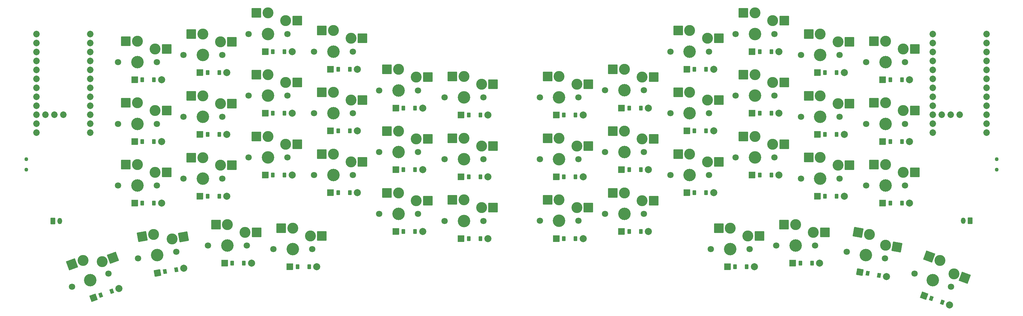
<source format=gbr>
%TF.GenerationSoftware,KiCad,Pcbnew,8.0.4*%
%TF.CreationDate,2024-08-22T13:40:17+01:00*%
%TF.ProjectId,TEST combine v2 left and right,54455354-2063-46f6-9d62-696e65207632,rev?*%
%TF.SameCoordinates,Original*%
%TF.FileFunction,Soldermask,Bot*%
%TF.FilePolarity,Negative*%
%FSLAX46Y46*%
G04 Gerber Fmt 4.6, Leading zero omitted, Abs format (unit mm)*
G04 Created by KiCad (PCBNEW 8.0.4) date 2024-08-22 13:40:17*
%MOMM*%
%LPD*%
G01*
G04 APERTURE LIST*
G04 Aperture macros list*
%AMRoundRect*
0 Rectangle with rounded corners*
0 $1 Rounding radius*
0 $2 $3 $4 $5 $6 $7 $8 $9 X,Y pos of 4 corners*
0 Add a 4 corners polygon primitive as box body*
4,1,4,$2,$3,$4,$5,$6,$7,$8,$9,$2,$3,0*
0 Add four circle primitives for the rounded corners*
1,1,$1+$1,$2,$3*
1,1,$1+$1,$4,$5*
1,1,$1+$1,$6,$7*
1,1,$1+$1,$8,$9*
0 Add four rect primitives between the rounded corners*
20,1,$1+$1,$2,$3,$4,$5,0*
20,1,$1+$1,$4,$5,$6,$7,0*
20,1,$1+$1,$6,$7,$8,$9,0*
20,1,$1+$1,$8,$9,$2,$3,0*%
G04 Aperture macros list end*
%ADD10C,1.100000*%
%ADD11RoundRect,0.050000X-0.889000X-0.889000X0.889000X-0.889000X0.889000X0.889000X-0.889000X0.889000X0*%
%ADD12RoundRect,0.050000X-0.450000X-0.600000X0.450000X-0.600000X0.450000X0.600000X-0.450000X0.600000X0*%
%ADD13C,2.005000*%
%ADD14C,1.801800*%
%ADD15C,3.100000*%
%ADD16C,3.529000*%
%ADD17RoundRect,0.050000X-1.300000X-1.300000X1.300000X-1.300000X1.300000X1.300000X-1.300000X1.300000X0*%
%ADD18RoundRect,0.050000X-1.029867X-0.721121X0.721121X-1.029867X1.029867X0.721121X-0.721121X1.029867X0*%
%ADD19RoundRect,0.050000X-0.547352X-0.512743X0.338975X-0.669026X0.547352X0.512743X-0.338975X0.669026X0*%
%ADD20RoundRect,0.050000X-1.139443X-0.531331X0.531331X-1.139443X1.139443X0.531331X-0.531331X1.139443X0*%
%ADD21RoundRect,0.050000X-0.628074X-0.409907X0.217650X-0.717725X0.628074X0.409907X-0.217650X0.717725X0*%
%ADD22RoundRect,0.050000X0.600000X0.850000X-0.600000X0.850000X-0.600000X-0.850000X0.600000X-0.850000X0*%
%ADD23O,1.300000X1.800000*%
%ADD24RoundRect,0.050000X-1.666227X-0.776974X0.776974X-1.666227X1.666227X0.776974X-0.776974X1.666227X0*%
%ADD25RoundRect,0.050000X-1.505993X-1.054507X1.054507X-1.505993X1.505993X1.054507X-1.054507X1.505993X0*%
%ADD26C,1.852600*%
%ADD27RoundRect,0.050000X-1.054507X-1.505993X1.505993X-1.054507X1.054507X1.505993X-1.505993X1.054507X0*%
%ADD28RoundRect,0.050000X-0.721121X-1.029867X1.029867X-0.721121X0.721121X1.029867X-1.029867X0.721121X0*%
%ADD29RoundRect,0.050000X-0.338975X-0.669026X0.547352X-0.512743X0.338975X0.669026X-0.547352X0.512743X0*%
%ADD30RoundRect,0.050000X-0.531331X-1.139443X1.139443X-0.531331X0.531331X1.139443X-1.139443X0.531331X0*%
%ADD31RoundRect,0.050000X-0.217650X-0.717725X0.628074X-0.409907X0.217650X0.717725X-0.628074X0.409907X0*%
%ADD32RoundRect,0.050000X-0.776974X-1.666227X1.666227X-0.776974X0.776974X1.666227X-1.666227X0.776974X0*%
%ADD33RoundRect,0.050000X-0.600000X-0.850000X0.600000X-0.850000X0.600000X0.850000X-0.600000X0.850000X0*%
G04 APERTURE END LIST*
D10*
%TO.C,T1*%
X294400004Y-87199998D03*
X294400004Y-90199998D03*
%TD*%
D11*
%TO.C,D18*%
X262090005Y-64700001D03*
D12*
X264250005Y-64699999D03*
X267550005Y-64700003D03*
D13*
X269710005Y-64700001D03*
%TD*%
D11*
%TO.C,D12*%
X225090001Y-56699999D03*
D12*
X227250001Y-56699997D03*
X230550001Y-56700001D03*
D13*
X232710001Y-56699999D03*
%TD*%
D14*
%TO.C,S12*%
X220400002Y-51699998D03*
D15*
X225900002Y-45749996D03*
D16*
X225900002Y-51699998D03*
D15*
X230900002Y-47949998D03*
D14*
X231400002Y-51699998D03*
D17*
X222625002Y-45749998D03*
X234175002Y-47949998D03*
%TD*%
D11*
%TO.C,D17*%
X262090005Y-82199999D03*
D12*
X264250005Y-82199997D03*
X267550005Y-82200001D03*
D13*
X269710005Y-82199999D03*
%TD*%
D14*
%TO.C,S7*%
X201900004Y-91700001D03*
D15*
X207400004Y-85749999D03*
D16*
X207400004Y-91700001D03*
D15*
X212400004Y-87950001D03*
D14*
X212900004Y-91700001D03*
D17*
X204125004Y-85750001D03*
X215675004Y-87950001D03*
%TD*%
D11*
%TO.C,D6*%
X188090002Y-72699999D03*
D12*
X190250002Y-72699997D03*
X193550002Y-72700001D03*
D13*
X195710002Y-72699999D03*
%TD*%
D11*
%TO.C,D13*%
X243590002Y-97699999D03*
D12*
X245750002Y-97699997D03*
X249050002Y-97700001D03*
D13*
X251210002Y-97699999D03*
%TD*%
D11*
%TO.C,D8*%
X206590002Y-79199998D03*
D12*
X208750002Y-79199996D03*
X212050002Y-79200000D03*
D13*
X214210002Y-79199998D03*
%TD*%
D14*
%TO.C,S14*%
X238900000Y-75200001D03*
D15*
X244400000Y-69249999D03*
D16*
X244400000Y-75200001D03*
D15*
X249400000Y-71450001D03*
D14*
X249900000Y-75200001D03*
D17*
X241125000Y-69250001D03*
X252675000Y-71450001D03*
%TD*%
D14*
%TO.C,S1*%
X164900006Y-104699999D03*
D15*
X170400006Y-98749997D03*
D16*
X170400006Y-104699999D03*
D15*
X175400006Y-100949999D03*
D14*
X175900006Y-104699999D03*
D17*
X167125006Y-98749999D03*
X178675006Y-100949999D03*
%TD*%
D14*
%TO.C,S15*%
X238900007Y-57700002D03*
D15*
X244400007Y-51750000D03*
D16*
X244400007Y-57700002D03*
D15*
X249400007Y-53950002D03*
D14*
X249900007Y-57700002D03*
D17*
X241125007Y-51750002D03*
X252675007Y-53950002D03*
%TD*%
D14*
%TO.C,S16*%
X257400003Y-94699998D03*
D15*
X262900003Y-88749996D03*
D16*
X262900003Y-94699998D03*
D15*
X267900003Y-90949998D03*
D14*
X268400003Y-94699998D03*
D17*
X259625003Y-88749998D03*
X271175003Y-90949998D03*
%TD*%
D14*
%TO.C,S10*%
X220400001Y-86699999D03*
D15*
X225900001Y-80749997D03*
D16*
X225900001Y-86699999D03*
D15*
X230900001Y-82949999D03*
D14*
X231400001Y-86699999D03*
D17*
X222625001Y-80749999D03*
X234175001Y-82949999D03*
%TD*%
D11*
%TO.C,D2*%
X169590001Y-92199998D03*
D12*
X171750001Y-92199996D03*
X175050001Y-92200000D03*
D13*
X177210001Y-92199998D03*
%TD*%
D11*
%TO.C,D7*%
X206590005Y-96700000D03*
D12*
X208750005Y-96699998D03*
X212050005Y-96700002D03*
D13*
X214210005Y-96700000D03*
%TD*%
D11*
%TO.C,D11*%
X225090007Y-74199999D03*
D12*
X227250007Y-74199997D03*
X230550007Y-74200001D03*
D13*
X232710007Y-74199999D03*
%TD*%
D18*
%TO.C,D21*%
X255660173Y-119182945D03*
D19*
X257787360Y-119558027D03*
X261037226Y-120131063D03*
D13*
X263164413Y-120506145D03*
%TD*%
D20*
%TO.C,D22*%
X273835814Y-125924482D03*
D21*
X275865550Y-126663247D03*
X278966536Y-127791911D03*
D13*
X280996272Y-128530676D03*
%TD*%
D14*
%TO.C,S3*%
X164900004Y-69700000D03*
D15*
X170400004Y-63749998D03*
D16*
X170400004Y-69700000D03*
D15*
X175400004Y-65950000D03*
D14*
X175900004Y-69700000D03*
D17*
X167125004Y-63750000D03*
X178675004Y-65950000D03*
%TD*%
D11*
%TO.C,D10*%
X225089999Y-91700002D03*
D12*
X227249999Y-91700000D03*
X230549999Y-91700004D03*
D13*
X232709999Y-91700002D03*
%TD*%
D14*
%TO.C,S19*%
X213400006Y-112699999D03*
D15*
X218900006Y-106749997D03*
D16*
X218900006Y-112699999D03*
D15*
X223900006Y-108949999D03*
D14*
X224400006Y-112699999D03*
D17*
X215625006Y-106749999D03*
X227175006Y-108949999D03*
%TD*%
D14*
%TO.C,S13*%
X238900004Y-92700000D03*
D15*
X244400004Y-86749998D03*
D16*
X244400004Y-92700000D03*
D15*
X249400004Y-88950000D03*
D14*
X249900004Y-92700000D03*
D17*
X241125004Y-86750000D03*
X252675004Y-88950000D03*
%TD*%
D11*
%TO.C,D3*%
X169590004Y-74699998D03*
D12*
X171750004Y-74699996D03*
X175050004Y-74700000D03*
D13*
X177210004Y-74699998D03*
%TD*%
D11*
%TO.C,D19*%
X218090006Y-117699999D03*
D12*
X220250006Y-117699997D03*
X223550006Y-117700001D03*
D13*
X225710006Y-117699999D03*
%TD*%
D11*
%TO.C,D9*%
X206590007Y-61699999D03*
D12*
X208750007Y-61699997D03*
X212050007Y-61700001D03*
D13*
X214210007Y-61699999D03*
%TD*%
D14*
%TO.C,S8*%
X201900003Y-74200001D03*
D15*
X207400003Y-68249999D03*
D16*
X207400003Y-74200001D03*
D15*
X212400003Y-70450001D03*
D14*
X212900003Y-74200001D03*
D17*
X204125003Y-68250001D03*
X215675003Y-70450001D03*
%TD*%
D14*
%TO.C,S2*%
X164900002Y-87199999D03*
D15*
X170400002Y-81249997D03*
D16*
X170400002Y-87199999D03*
D15*
X175400002Y-83449999D03*
D14*
X175900002Y-87199999D03*
D17*
X167125002Y-81249999D03*
X178675002Y-83449999D03*
%TD*%
D14*
%TO.C,S20*%
X231900005Y-111699999D03*
D15*
X237400005Y-105749997D03*
D16*
X237400005Y-111699999D03*
D15*
X242400005Y-107949999D03*
D14*
X242900005Y-111699999D03*
D17*
X234125005Y-105749999D03*
X245675005Y-107949999D03*
%TD*%
D22*
%TO.C,JST1*%
X286900005Y-104699999D03*
D23*
X284900005Y-104699999D03*
%TD*%
D11*
%TO.C,D1*%
X169590004Y-109699999D03*
D12*
X171750004Y-109699997D03*
X175050004Y-109700001D03*
D13*
X177210004Y-109699999D03*
%TD*%
D14*
%TO.C,S6*%
X183400005Y-67700001D03*
D15*
X188900005Y-61749999D03*
D16*
X188900005Y-67700001D03*
D15*
X193900005Y-63950001D03*
D14*
X194400005Y-67700001D03*
D17*
X185625005Y-61750001D03*
X197175005Y-63950001D03*
%TD*%
D11*
%TO.C,D14*%
X243590007Y-80199997D03*
D12*
X245750007Y-80199995D03*
X249050007Y-80199999D03*
D13*
X251210007Y-80199997D03*
%TD*%
D14*
%TO.C,S22*%
X271138755Y-119621945D03*
D15*
X278342084Y-115911885D03*
D16*
X276307064Y-121503056D03*
D15*
X282288103Y-119689309D03*
D14*
X281475373Y-123384167D03*
D24*
X275264591Y-114791769D03*
X285365596Y-120809425D03*
%TD*%
D14*
%TO.C,S17*%
X257400005Y-77199999D03*
D15*
X262900005Y-71249997D03*
D16*
X262900005Y-77199999D03*
D15*
X267900005Y-73449999D03*
D14*
X268400005Y-77199999D03*
D17*
X259625005Y-71249999D03*
X271175005Y-73449999D03*
%TD*%
D14*
%TO.C,S9*%
X201900000Y-56700000D03*
D15*
X207400000Y-50749998D03*
D16*
X207400000Y-56700000D03*
D15*
X212400000Y-52950000D03*
D14*
X212900000Y-56700000D03*
D17*
X204125000Y-50750000D03*
X215675000Y-52950000D03*
%TD*%
D11*
%TO.C,D16*%
X262090006Y-99700001D03*
D12*
X264250006Y-99699999D03*
X267550006Y-99700003D03*
D13*
X269710006Y-99700001D03*
%TD*%
D11*
%TO.C,D15*%
X243590004Y-62699997D03*
D12*
X245750004Y-62699995D03*
X249050004Y-62699999D03*
D13*
X251210004Y-62699997D03*
%TD*%
D14*
%TO.C,S21*%
X251909665Y-113444500D03*
D15*
X258359315Y-108539959D03*
D16*
X257326108Y-114399565D03*
D15*
X262901331Y-111574778D03*
D14*
X262742551Y-115354630D03*
D25*
X255134069Y-107971261D03*
X266126573Y-112143475D03*
%TD*%
D14*
%TO.C,S11*%
X220400006Y-69199997D03*
D15*
X225900006Y-63249995D03*
D16*
X225900006Y-69199997D03*
D15*
X230900006Y-65449997D03*
D14*
X231400006Y-69199997D03*
D17*
X222625006Y-63249997D03*
X234175006Y-65449997D03*
%TD*%
D14*
%TO.C,S18*%
X257400003Y-59700000D03*
D15*
X262900003Y-53749998D03*
D16*
X262900003Y-59700000D03*
D15*
X267900003Y-55950000D03*
D14*
X268400003Y-59700000D03*
D17*
X259625003Y-53750000D03*
X271175003Y-55950000D03*
%TD*%
D26*
%TO.C,MCU1*%
X291520000Y-51730004D03*
X291520000Y-54270001D03*
X291520000Y-56810001D03*
X291520000Y-59350001D03*
X291520000Y-61890001D03*
X291520000Y-64430001D03*
X291520000Y-66970001D03*
X291520000Y-69510001D03*
X291519996Y-72050001D03*
X291520000Y-74590001D03*
X291520000Y-77130001D03*
X291520000Y-79670001D03*
X276280000Y-79669998D03*
X276280000Y-77130001D03*
X276280000Y-74590001D03*
X276280000Y-72050001D03*
X276280000Y-69510001D03*
X276280000Y-66970001D03*
X276280000Y-64430001D03*
X276280000Y-61890001D03*
X276280004Y-59350001D03*
X276280000Y-56810001D03*
X276280000Y-54270001D03*
X276280000Y-51730001D03*
X278820002Y-74590000D03*
X281360000Y-74590001D03*
X283900000Y-74590001D03*
%TD*%
D11*
%TO.C,D4*%
X188089998Y-107700000D03*
D12*
X190249998Y-107699998D03*
X193549998Y-107700002D03*
D13*
X195709998Y-107700000D03*
%TD*%
D11*
%TO.C,D20*%
X236590004Y-116700001D03*
D12*
X238750004Y-116699999D03*
X242050004Y-116700003D03*
D13*
X244210004Y-116700001D03*
%TD*%
D14*
%TO.C,S4*%
X183400005Y-102700002D03*
D15*
X188900005Y-96750000D03*
D16*
X188900005Y-102700002D03*
D15*
X193900005Y-98950002D03*
D14*
X194400005Y-102700002D03*
D17*
X185625005Y-96750002D03*
X197175005Y-98950002D03*
%TD*%
D11*
%TO.C,D5*%
X188090008Y-90200002D03*
D12*
X190250008Y-90200000D03*
X193550008Y-90200004D03*
D13*
X195710008Y-90200002D03*
%TD*%
D14*
%TO.C,S5*%
X183400004Y-85200000D03*
D15*
X188900004Y-79249998D03*
D16*
X188900004Y-85200000D03*
D15*
X193900004Y-81450000D03*
D14*
X194400004Y-85200000D03*
D17*
X185625004Y-79250000D03*
X197175004Y-81450000D03*
%TD*%
D10*
%TO.C,T1*%
X19401796Y-90201793D03*
X19401796Y-87201793D03*
%TD*%
D14*
%TO.C,S19*%
X89401796Y-112701793D03*
D15*
X94901796Y-106751792D03*
D16*
X94901796Y-112701793D03*
D15*
X99901797Y-108951793D03*
D14*
X100401796Y-112701793D03*
D17*
X91626796Y-106751793D03*
X103176796Y-108951793D03*
%TD*%
D11*
%TO.C,D7*%
X105591795Y-96701795D03*
D12*
X107751795Y-96701796D03*
X111051795Y-96701794D03*
D13*
X113211795Y-96701795D03*
%TD*%
D14*
%TO.C,S15*%
X63901795Y-57701794D03*
D15*
X69401795Y-51751793D03*
D16*
X69401795Y-57701794D03*
D15*
X74401796Y-53951794D03*
D14*
X74901795Y-57701794D03*
D17*
X66126795Y-51751794D03*
X77676795Y-53951794D03*
%TD*%
D11*
%TO.C,D3*%
X142591795Y-74701795D03*
D12*
X144751795Y-74701796D03*
X148051795Y-74701794D03*
D13*
X150211795Y-74701795D03*
%TD*%
D11*
%TO.C,D12*%
X87091797Y-56701795D03*
D12*
X89251797Y-56701796D03*
X92551797Y-56701794D03*
D13*
X94711797Y-56701795D03*
%TD*%
D14*
%TO.C,S21*%
X51059250Y-115356423D03*
D15*
X55442486Y-108541752D03*
D16*
X56475693Y-114401358D03*
D15*
X60748552Y-109840088D03*
D14*
X61892136Y-113446293D03*
D27*
X52217241Y-109110450D03*
X63973796Y-109271390D03*
%TD*%
D11*
%TO.C,D18*%
X50091796Y-64701795D03*
D12*
X52251796Y-64701796D03*
X55551796Y-64701794D03*
D13*
X57711796Y-64701795D03*
%TD*%
D14*
%TO.C,S2*%
X137901796Y-87201795D03*
D15*
X143401796Y-81251794D03*
D16*
X143401796Y-87201795D03*
D15*
X148401797Y-83451795D03*
D14*
X148901796Y-87201795D03*
D17*
X140126796Y-81251795D03*
X151676796Y-83451795D03*
%TD*%
D14*
%TO.C,S6*%
X119401796Y-67701794D03*
D15*
X124901796Y-61751793D03*
D16*
X124901796Y-67701794D03*
D15*
X129901797Y-63951794D03*
D14*
X130401796Y-67701794D03*
D17*
X121626796Y-61751794D03*
X133176796Y-63951794D03*
%TD*%
D11*
%TO.C,D2*%
X142591797Y-92201794D03*
D12*
X144751797Y-92201795D03*
X148051797Y-92201793D03*
D13*
X150211797Y-92201794D03*
%TD*%
D11*
%TO.C,D17*%
X50091797Y-82201793D03*
D12*
X52251797Y-82201794D03*
X55551797Y-82201792D03*
D13*
X57711797Y-82201793D03*
%TD*%
D14*
%TO.C,S8*%
X100901796Y-74201794D03*
D15*
X106401796Y-68251793D03*
D16*
X106401796Y-74201794D03*
D15*
X111401797Y-70451794D03*
D14*
X111901796Y-74201794D03*
D17*
X103126796Y-68251794D03*
X114676796Y-70451794D03*
%TD*%
D11*
%TO.C,D15*%
X68591796Y-62701795D03*
D12*
X70751796Y-62701796D03*
X74051796Y-62701794D03*
D13*
X76211796Y-62701795D03*
%TD*%
D11*
%TO.C,D9*%
X105591796Y-61701795D03*
D12*
X107751796Y-61701796D03*
X111051796Y-61701794D03*
D13*
X113211796Y-61701795D03*
%TD*%
D11*
%TO.C,D16*%
X50091796Y-99701796D03*
D12*
X52251796Y-99701797D03*
X55551796Y-99701795D03*
D13*
X57711796Y-99701796D03*
%TD*%
D14*
%TO.C,S1*%
X137901797Y-104701794D03*
D15*
X143401797Y-98751793D03*
D16*
X143401797Y-104701794D03*
D15*
X148401798Y-100951794D03*
D14*
X148901797Y-104701794D03*
D17*
X140126797Y-98751794D03*
X151676797Y-100951794D03*
%TD*%
D14*
%TO.C,S16*%
X45401796Y-94701795D03*
D15*
X50901796Y-88751794D03*
D16*
X50901796Y-94701795D03*
D15*
X55901797Y-90951795D03*
D14*
X56401796Y-94701795D03*
D17*
X47626796Y-88751795D03*
X59176796Y-90951795D03*
%TD*%
D14*
%TO.C,S14*%
X63901796Y-75201795D03*
D15*
X69401796Y-69251794D03*
D16*
X69401796Y-75201795D03*
D15*
X74401797Y-71451795D03*
D14*
X74901796Y-75201795D03*
D17*
X66126796Y-69251795D03*
X77676796Y-71451795D03*
%TD*%
D14*
%TO.C,S11*%
X82401796Y-69201794D03*
D15*
X87901796Y-63251793D03*
D16*
X87901796Y-69201794D03*
D15*
X92901797Y-65451794D03*
D14*
X93401796Y-69201794D03*
D17*
X84626796Y-63251794D03*
X96176796Y-65451794D03*
%TD*%
D14*
%TO.C,S10*%
X82401797Y-86701795D03*
D15*
X87901797Y-80751794D03*
D16*
X87901797Y-86701795D03*
D15*
X92901798Y-82951795D03*
D14*
X93401797Y-86701795D03*
D17*
X84626797Y-80751795D03*
X96176797Y-82951795D03*
%TD*%
D11*
%TO.C,D1*%
X142591796Y-109701796D03*
D12*
X144751796Y-109701797D03*
X148051796Y-109701795D03*
D13*
X150211796Y-109701796D03*
%TD*%
D14*
%TO.C,S7*%
X100901797Y-91701794D03*
D15*
X106401797Y-85751793D03*
D16*
X106401797Y-91701794D03*
D15*
X111401798Y-87951794D03*
D14*
X111901797Y-91701794D03*
D17*
X103126797Y-85751794D03*
X114676797Y-87951794D03*
%TD*%
D14*
%TO.C,S13*%
X63901796Y-92701794D03*
D15*
X69401796Y-86751793D03*
D16*
X69401796Y-92701794D03*
D15*
X74401797Y-88951794D03*
D14*
X74901796Y-92701794D03*
D17*
X66126796Y-86751794D03*
X77676796Y-88951794D03*
%TD*%
D14*
%TO.C,S9*%
X100901797Y-56701794D03*
D15*
X106401797Y-50751793D03*
D16*
X106401797Y-56701794D03*
D15*
X111401798Y-52951794D03*
D14*
X111901797Y-56701794D03*
D17*
X103126797Y-50751794D03*
X114676797Y-52951794D03*
%TD*%
D14*
%TO.C,S17*%
X45401796Y-77201795D03*
D15*
X50901796Y-71251794D03*
D16*
X50901796Y-77201795D03*
D15*
X55901797Y-73451795D03*
D14*
X56401796Y-77201795D03*
D17*
X47626796Y-71251795D03*
X59176796Y-73451795D03*
%TD*%
D14*
%TO.C,S18*%
X45401796Y-59701794D03*
D15*
X50901796Y-53751793D03*
D16*
X50901796Y-59701794D03*
D15*
X55901797Y-55951794D03*
D14*
X56401796Y-59701794D03*
D17*
X47626796Y-53751794D03*
X59176796Y-55951794D03*
%TD*%
D11*
%TO.C,D4*%
X124091796Y-107701795D03*
D12*
X126251796Y-107701796D03*
X129551796Y-107701794D03*
D13*
X131711796Y-107701795D03*
%TD*%
D14*
%TO.C,S3*%
X137901795Y-69701794D03*
D15*
X143401795Y-63751793D03*
D16*
X143401795Y-69701794D03*
D15*
X148401796Y-65951794D03*
D14*
X148901795Y-69701794D03*
D17*
X140126795Y-63751794D03*
X151676795Y-65951794D03*
%TD*%
D28*
%TO.C,D21*%
X56546238Y-119466053D03*
D29*
X58673424Y-119090971D03*
X61923290Y-118517935D03*
D13*
X64050476Y-118142853D03*
%TD*%
D11*
%TO.C,D5*%
X124091794Y-90201795D03*
D12*
X126251794Y-90201796D03*
X129551794Y-90201794D03*
D13*
X131711794Y-90201795D03*
%TD*%
D11*
%TO.C,D13*%
X68591797Y-97701796D03*
D12*
X70751797Y-97701797D03*
X74051797Y-97701795D03*
D13*
X76211797Y-97701796D03*
%TD*%
D30*
%TO.C,D22*%
X38443683Y-126480349D03*
D31*
X40473419Y-125741584D03*
X43574405Y-124612920D03*
D13*
X45604141Y-123874155D03*
%TD*%
D14*
%TO.C,S5*%
X119401796Y-85201794D03*
D15*
X124901796Y-79251793D03*
D16*
X124901796Y-85201794D03*
D15*
X129901797Y-81451794D03*
D14*
X130401796Y-85201794D03*
D17*
X121626796Y-79251794D03*
X133176796Y-81451794D03*
%TD*%
D14*
%TO.C,S22*%
X32326425Y-123385960D03*
D15*
X35459714Y-115913678D03*
D16*
X37494734Y-121504849D03*
D15*
X40910622Y-116270901D03*
D14*
X42663043Y-119623738D03*
D32*
X32382221Y-117033794D03*
X43988115Y-115150785D03*
%TD*%
D11*
%TO.C,D6*%
X124091797Y-72701795D03*
D12*
X126251797Y-72701796D03*
X129551797Y-72701794D03*
D13*
X131711797Y-72701795D03*
%TD*%
D26*
%TO.C,MCU1*%
X22281796Y-51731796D03*
X22281796Y-54271795D03*
X22281796Y-56811795D03*
X22281796Y-59351795D03*
X22281796Y-61891795D03*
X22281796Y-64431795D03*
X22281796Y-66971795D03*
X22281796Y-69511795D03*
X22281797Y-72051795D03*
X22281796Y-74591795D03*
X22281796Y-77131795D03*
X22281796Y-79671795D03*
X37521796Y-79671794D03*
X37521796Y-77131795D03*
X37521796Y-74591795D03*
X37521796Y-72051795D03*
X37521796Y-69511795D03*
X37521796Y-66971795D03*
X37521796Y-64431795D03*
X37521796Y-61891795D03*
X37521795Y-59351795D03*
X37521796Y-56811795D03*
X37521796Y-54271795D03*
X37521796Y-51731795D03*
X24821796Y-74591795D03*
X27361796Y-74591795D03*
X29901796Y-74591795D03*
%TD*%
D11*
%TO.C,D20*%
X75591796Y-116701794D03*
D12*
X77751796Y-116701795D03*
X81051796Y-116701793D03*
D13*
X83211796Y-116701794D03*
%TD*%
D14*
%TO.C,S12*%
X82401797Y-51701795D03*
D15*
X87901797Y-45751794D03*
D16*
X87901797Y-51701795D03*
D15*
X92901798Y-47951795D03*
D14*
X93401797Y-51701795D03*
D17*
X84626797Y-45751795D03*
X96176797Y-47951795D03*
%TD*%
D11*
%TO.C,D14*%
X68591795Y-80201794D03*
D12*
X70751795Y-80201795D03*
X74051795Y-80201793D03*
D13*
X76211795Y-80201794D03*
%TD*%
D11*
%TO.C,D10*%
X87091795Y-91701795D03*
D12*
X89251795Y-91701796D03*
X92551795Y-91701794D03*
D13*
X94711795Y-91701795D03*
%TD*%
D14*
%TO.C,S4*%
X119401794Y-102701796D03*
D15*
X124901794Y-96751795D03*
D16*
X124901794Y-102701796D03*
D15*
X129901795Y-98951796D03*
D14*
X130401794Y-102701796D03*
D17*
X121626794Y-96751796D03*
X133176794Y-98951796D03*
%TD*%
D11*
%TO.C,D19*%
X94091794Y-117701795D03*
D12*
X96251794Y-117701796D03*
X99551794Y-117701794D03*
D13*
X101711794Y-117701795D03*
%TD*%
D11*
%TO.C,D8*%
X105591797Y-79201794D03*
D12*
X107751797Y-79201795D03*
X111051797Y-79201793D03*
D13*
X113211797Y-79201794D03*
%TD*%
D14*
%TO.C,S20*%
X70901796Y-111701794D03*
D15*
X76401796Y-105751793D03*
D16*
X76401796Y-111701794D03*
D15*
X81401797Y-107951794D03*
D14*
X81901796Y-111701794D03*
D17*
X73126796Y-105751794D03*
X84676796Y-107951794D03*
%TD*%
D11*
%TO.C,D11*%
X87091796Y-74201794D03*
D12*
X89251796Y-74201795D03*
X92551796Y-74201793D03*
D13*
X94711796Y-74201794D03*
%TD*%
D33*
%TO.C,JST1*%
X26901796Y-104701794D03*
D23*
X28901796Y-104701794D03*
%TD*%
M02*

</source>
